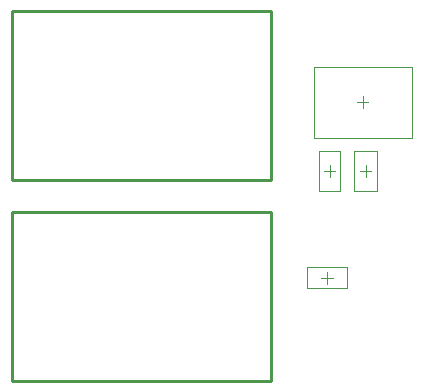
<source format=gbr>
%TF.GenerationSoftware,Altium Limited,Altium Designer,19.1.8 (144)*%
G04 Layer_Color=32768*
%FSLAX26Y26*%
%MOIN*%
%TF.FileFunction,Other,Mechanical_15*%
%TF.Part,Single*%
G01*
G75*
%TA.AperFunction,NonConductor*%
%ADD16C,0.010000*%
%ADD32C,0.003937*%
%ADD33C,0.001968*%
D16*
X60000Y2525000D02*
X500000D01*
X60000Y1960000D02*
Y2525000D01*
Y1960000D02*
X925000D01*
Y2525000D01*
X495000D02*
X925000D01*
X60000Y1855000D02*
X500000D01*
X60000Y1290000D02*
Y1855000D01*
Y1290000D02*
X925000D01*
Y1855000D01*
X495000D02*
X925000D01*
D32*
X1111417Y1615315D02*
Y1654685D01*
X1091732Y1635000D02*
X1131102D01*
X1240000Y1971732D02*
Y2011102D01*
X1220315Y1991417D02*
X1259685D01*
X1100315Y1990000D02*
X1139685D01*
X1120000Y1970315D02*
Y2009685D01*
X1230000Y2200315D02*
Y2239685D01*
X1210315Y2220000D02*
X1249685D01*
D33*
X1044488Y1599567D02*
X1178347D01*
X1044488Y1670433D02*
X1178347D01*
Y1599567D02*
Y1670433D01*
X1044488Y1599567D02*
Y1670433D01*
X1202599Y2058346D02*
X1277402D01*
X1202599Y1924488D02*
X1277402D01*
Y2058346D01*
X1202599Y1924488D02*
Y2058346D01*
X1155433Y1923071D02*
Y2056929D01*
X1084567Y1923071D02*
Y2056929D01*
X1155433D01*
X1084567Y1923071D02*
X1155433D01*
X1066614Y2338110D02*
X1393386D01*
X1066614Y2101890D02*
X1393386D01*
X1066614D02*
Y2338110D01*
X1393386Y2101890D02*
Y2338110D01*
%TF.MD5,d2cabdaf3e31f87130466b7564a3ce82*%
M02*

</source>
